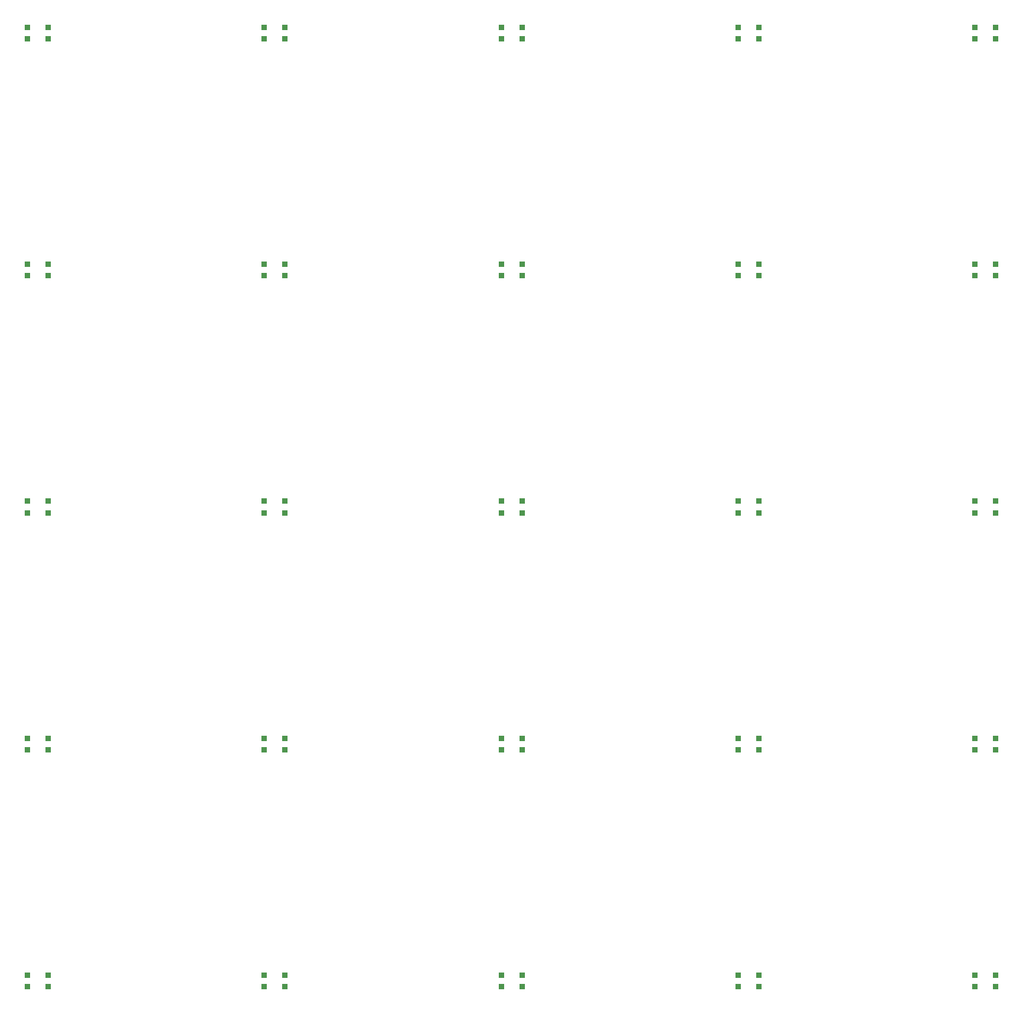
<source format=gbr>
%TF.GenerationSoftware,KiCad,Pcbnew,5.99.0-unknown-acf13a186~104~ubuntu20.04.1*%
%TF.CreationDate,2020-09-23T10:38:41+02:00*%
%TF.ProjectId,leds,6c656473-2e6b-4696-9361-645f70636258,rev?*%
%TF.SameCoordinates,Original*%
%TF.FileFunction,Paste,Top*%
%TF.FilePolarity,Positive*%
%FSLAX46Y46*%
G04 Gerber Fmt 4.6, Leading zero omitted, Abs format (unit mm)*
G04 Created by KiCad (PCBNEW 5.99.0-unknown-acf13a186~104~ubuntu20.04.1) date 2020-09-23 10:38:41*
%MOMM*%
%LPD*%
G01*
G04 APERTURE LIST*
%ADD10R,0.800000X0.800000*%
G04 APERTURE END LIST*
D10*
%TO.C,D125*%
X188700000Y-164275000D03*
X191300000Y-165725000D03*
X188700000Y-165725000D03*
X191300000Y-164275000D03*
%TD*%
%TO.C,D124*%
X188700000Y-134275000D03*
X191300000Y-135725000D03*
X188700000Y-135725000D03*
X191300000Y-134275000D03*
%TD*%
%TO.C,D123*%
X188700000Y-104275000D03*
X191300000Y-105725000D03*
X188700000Y-105725000D03*
X191300000Y-104275000D03*
%TD*%
%TO.C,D122*%
X188700000Y-74275000D03*
X191300000Y-75725000D03*
X188700000Y-75725000D03*
X191300000Y-74275000D03*
%TD*%
%TO.C,D121*%
X188700000Y-44275000D03*
X191300000Y-45725000D03*
X188700000Y-45725000D03*
X191300000Y-44275000D03*
%TD*%
%TO.C,D120*%
X158700000Y-164275000D03*
X161300000Y-165725000D03*
X158700000Y-165725000D03*
X161300000Y-164275000D03*
%TD*%
%TO.C,D119*%
X158700000Y-134275000D03*
X161300000Y-135725000D03*
X158700000Y-135725000D03*
X161300000Y-134275000D03*
%TD*%
%TO.C,D118*%
X158700000Y-104275000D03*
X161300000Y-105725000D03*
X158700000Y-105725000D03*
X161300000Y-104275000D03*
%TD*%
%TO.C,D117*%
X158700000Y-74275000D03*
X161300000Y-75725000D03*
X158700000Y-75725000D03*
X161300000Y-74275000D03*
%TD*%
%TO.C,D116*%
X158700000Y-44275000D03*
X161300000Y-45725000D03*
X158700000Y-45725000D03*
X161300000Y-44275000D03*
%TD*%
%TO.C,D115*%
X128700000Y-164275000D03*
X131300000Y-165725000D03*
X128700000Y-165725000D03*
X131300000Y-164275000D03*
%TD*%
%TO.C,D114*%
X128700000Y-134275000D03*
X131300000Y-135725000D03*
X128700000Y-135725000D03*
X131300000Y-134275000D03*
%TD*%
%TO.C,D113*%
X128700000Y-104275000D03*
X131300000Y-105725000D03*
X128700000Y-105725000D03*
X131300000Y-104275000D03*
%TD*%
%TO.C,D112*%
X128700000Y-74275000D03*
X131300000Y-75725000D03*
X128700000Y-75725000D03*
X131300000Y-74275000D03*
%TD*%
%TO.C,D111*%
X128700000Y-44275000D03*
X131300000Y-45725000D03*
X128700000Y-45725000D03*
X131300000Y-44275000D03*
%TD*%
%TO.C,D110*%
X98700000Y-164275000D03*
X101300000Y-165725000D03*
X98700000Y-165725000D03*
X101300000Y-164275000D03*
%TD*%
%TO.C,D109*%
X98700000Y-134275000D03*
X101300000Y-135725000D03*
X98700000Y-135725000D03*
X101300000Y-134275000D03*
%TD*%
%TO.C,D108*%
X98700000Y-104275000D03*
X101300000Y-105725000D03*
X98700000Y-105725000D03*
X101300000Y-104275000D03*
%TD*%
%TO.C,D107*%
X98700000Y-74275000D03*
X101300000Y-75725000D03*
X98700000Y-75725000D03*
X101300000Y-74275000D03*
%TD*%
%TO.C,D106*%
X98700000Y-44275000D03*
X101300000Y-45725000D03*
X98700000Y-45725000D03*
X101300000Y-44275000D03*
%TD*%
%TO.C,D105*%
X68700000Y-164275000D03*
X71300000Y-165725000D03*
X68700000Y-165725000D03*
X71300000Y-164275000D03*
%TD*%
%TO.C,D104*%
X68700000Y-134275000D03*
X71300000Y-135725000D03*
X68700000Y-135725000D03*
X71300000Y-134275000D03*
%TD*%
%TO.C,D103*%
X68700000Y-104275000D03*
X71300000Y-105725000D03*
X68700000Y-105725000D03*
X71300000Y-104275000D03*
%TD*%
%TO.C,D102*%
X68700000Y-74275000D03*
X71300000Y-75725000D03*
X68700000Y-75725000D03*
X71300000Y-74275000D03*
%TD*%
%TO.C,D101*%
X68700000Y-44275000D03*
X71300000Y-45725000D03*
X68700000Y-45725000D03*
X71300000Y-44275000D03*
%TD*%
M02*

</source>
